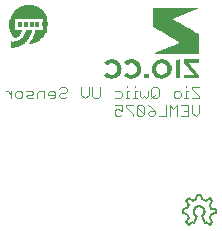
<source format=gbr>
G04 EAGLE Gerber RS-274X export*
G75*
%MOMM*%
%FSLAX34Y34*%
%LPD*%
%AMOC8*
5,1,8,0,0,1.08239X$1,22.5*%
G01*
%ADD10C,0.101600*%
%ADD11C,0.152400*%
%ADD12R,0.200000X0.010000*%
%ADD13R,0.370000X0.010000*%
%ADD14R,0.550000X0.010000*%
%ADD15R,0.630000X0.010000*%
%ADD16R,0.760000X0.010000*%
%ADD17R,0.810000X0.010000*%
%ADD18R,0.900000X0.010000*%
%ADD19R,0.950000X0.010000*%
%ADD20R,1.030000X0.010000*%
%ADD21R,1.080000X0.010000*%
%ADD22R,1.140000X0.010000*%
%ADD23R,1.190000X0.010000*%
%ADD24R,1.230000X0.010000*%
%ADD25R,1.290000X0.010000*%
%ADD26R,1.320000X0.020000*%
%ADD27R,1.410000X0.020000*%
%ADD28R,1.490000X0.020000*%
%ADD29R,1.540000X0.010000*%
%ADD30R,1.570000X0.010000*%
%ADD31R,1.610000X0.010000*%
%ADD32R,1.640000X0.010000*%
%ADD33R,1.670000X0.010000*%
%ADD34R,1.710000X0.010000*%
%ADD35R,1.740000X0.010000*%
%ADD36R,1.770000X0.010000*%
%ADD37R,1.790000X0.010000*%
%ADD38R,1.830000X0.010000*%
%ADD39R,1.860000X0.010000*%
%ADD40R,1.890000X0.010000*%
%ADD41R,1.910000X0.010000*%
%ADD42R,1.940000X0.010000*%
%ADD43R,1.960000X0.010000*%
%ADD44R,2.000000X0.010000*%
%ADD45R,2.020000X0.010000*%
%ADD46R,2.070000X0.020000*%
%ADD47R,2.120000X0.020000*%
%ADD48R,2.160000X0.020000*%
%ADD49R,2.210000X0.020000*%
%ADD50R,2.220000X0.010000*%
%ADD51R,2.250000X0.010000*%
%ADD52R,2.270000X0.010000*%
%ADD53R,2.290000X0.010000*%
%ADD54R,2.310000X0.010000*%
%ADD55R,2.320000X0.010000*%
%ADD56R,2.350000X0.010000*%
%ADD57R,2.360000X0.010000*%
%ADD58R,2.390000X0.010000*%
%ADD59R,2.400000X0.010000*%
%ADD60R,2.420000X0.010000*%
%ADD61R,2.440000X0.010000*%
%ADD62R,2.460000X0.010000*%
%ADD63R,2.480000X0.010000*%
%ADD64R,2.490000X0.010000*%
%ADD65R,2.510000X0.010000*%
%ADD66R,2.530000X0.010000*%
%ADD67R,2.540000X0.010000*%
%ADD68R,2.560000X0.020000*%
%ADD69R,2.580000X0.020000*%
%ADD70R,2.620000X0.020000*%
%ADD71R,2.650000X0.020000*%
%ADD72R,2.660000X0.010000*%
%ADD73R,2.670000X0.010000*%
%ADD74R,2.690000X0.010000*%
%ADD75R,2.700000X0.010000*%
%ADD76R,2.710000X0.010000*%
%ADD77R,2.730000X0.010000*%
%ADD78R,2.740000X0.010000*%
%ADD79R,2.750000X0.010000*%
%ADD80R,2.760000X0.010000*%
%ADD81R,2.780000X0.010000*%
%ADD82R,2.790000X0.010000*%
%ADD83R,2.800000X0.010000*%
%ADD84R,2.810000X0.010000*%
%ADD85R,2.830000X0.010000*%
%ADD86R,2.840000X0.010000*%
%ADD87R,2.860000X0.010000*%
%ADD88R,2.870000X0.010000*%
%ADD89R,2.880000X0.010000*%
%ADD90R,2.890000X0.010000*%
%ADD91R,2.900000X0.010000*%
%ADD92R,2.910000X0.010000*%
%ADD93R,2.920000X0.010000*%
%ADD94R,2.930000X0.010000*%
%ADD95R,2.940000X0.010000*%
%ADD96R,2.950000X0.010000*%
%ADD97R,2.960000X0.010000*%
%ADD98R,2.970000X0.010000*%
%ADD99R,2.980000X0.010000*%
%ADD100R,3.000000X0.010000*%
%ADD101R,3.010000X0.010000*%
%ADD102R,3.020000X0.010000*%
%ADD103R,3.040000X0.010000*%
%ADD104R,3.050000X0.010000*%
%ADD105R,3.060000X0.010000*%
%ADD106R,3.070000X0.010000*%
%ADD107R,3.080000X0.010000*%
%ADD108R,3.090000X0.010000*%
%ADD109R,3.100000X0.010000*%
%ADD110R,3.110000X0.010000*%
%ADD111R,3.120000X0.010000*%
%ADD112R,0.390000X0.010000*%
%ADD113R,0.410000X0.010000*%
%ADD114R,0.380000X0.010000*%
%ADD115R,0.420000X0.010000*%
%ADD116R,0.430000X0.010000*%
%ADD117R,0.400000X0.010000*%
%ADD118R,0.440000X0.010000*%
%ADD119R,0.450000X0.010000*%
%ADD120R,0.460000X0.010000*%
%ADD121R,0.280000X0.010000*%
%ADD122R,0.310000X0.010000*%
%ADD123R,0.300000X0.010000*%
%ADD124R,0.290000X0.010000*%
%ADD125R,0.320000X0.010000*%
%ADD126R,0.330000X0.010000*%
%ADD127R,0.470000X0.010000*%
%ADD128R,0.970000X0.010000*%
%ADD129R,0.960000X0.010000*%
%ADD130R,1.010000X0.010000*%
%ADD131R,1.000000X0.010000*%
%ADD132R,0.980000X0.010000*%
%ADD133R,0.940000X0.010000*%
%ADD134R,0.920000X0.010000*%
%ADD135R,0.930000X0.010000*%
%ADD136R,0.870000X0.010000*%
%ADD137R,0.850000X0.010000*%
%ADD138R,0.910000X0.010000*%
%ADD139R,0.830000X0.010000*%
%ADD140R,0.780000X0.010000*%
%ADD141R,0.890000X0.010000*%
%ADD142R,0.770000X0.010000*%
%ADD143R,0.480000X0.010000*%
%ADD144R,0.750000X0.010000*%
%ADD145R,0.720000X0.010000*%
%ADD146R,0.880000X0.010000*%
%ADD147R,0.690000X0.010000*%
%ADD148R,0.490000X0.010000*%
%ADD149R,0.660000X0.010000*%
%ADD150R,0.860000X0.010000*%
%ADD151R,0.600000X0.010000*%
%ADD152R,0.560000X0.010000*%
%ADD153R,0.530000X0.010000*%
%ADD154R,0.840000X0.010000*%
%ADD155R,0.510000X0.010000*%
%ADD156R,0.520000X0.010000*%
%ADD157R,0.340000X0.010000*%
%ADD158R,0.800000X0.010000*%
%ADD159R,0.230000X0.010000*%
%ADD160R,0.790000X0.010000*%
%ADD161R,0.540000X0.010000*%
%ADD162R,0.170000X0.010000*%
%ADD163R,0.100000X0.010000*%
%ADD164R,0.740000X0.010000*%
%ADD165R,0.570000X0.010000*%
%ADD166R,0.590000X0.010000*%
%ADD167R,0.710000X0.010000*%
%ADD168R,0.700000X0.010000*%
%ADD169R,0.610000X0.010000*%
%ADD170R,0.680000X0.010000*%
%ADD171R,0.670000X0.010000*%
%ADD172R,0.640000X0.010000*%
%ADD173R,0.620000X0.010000*%
%ADD174R,0.730000X0.010000*%
%ADD175R,0.500000X0.010000*%
%ADD176R,0.990000X0.010000*%
%ADD177R,0.030000X0.010000*%
%ADD178R,1.210000X0.010000*%
%ADD179R,1.180000X0.010000*%
%ADD180R,1.150000X0.010000*%
%ADD181R,0.260000X0.010000*%
%ADD182R,1.130000X0.010000*%
%ADD183R,0.180000X0.010000*%
%ADD184R,1.100000X0.010000*%
%ADD185R,1.070000X0.010000*%
%ADD186R,1.040000X0.010000*%
%ADD187R,0.250000X0.010000*%

G36*
X178502Y152116D02*
X178502Y152116D01*
X178502Y152117D01*
X178503Y152118D01*
X178498Y153479D01*
X178495Y154839D01*
X178490Y156201D01*
X178485Y157562D01*
X178480Y158924D01*
X178476Y160284D01*
X178471Y161646D01*
X178466Y163007D01*
X178463Y164369D01*
X178458Y165729D01*
X178453Y167091D01*
X178449Y168452D01*
X178444Y168457D01*
X178443Y168462D01*
X177220Y169172D01*
X175996Y169881D01*
X174774Y170591D01*
X173552Y171301D01*
X172329Y172010D01*
X171107Y172720D01*
X169883Y173429D01*
X168660Y174139D01*
X167438Y174849D01*
X166187Y175574D01*
X164938Y176300D01*
X163687Y177025D01*
X162437Y177749D01*
X161188Y178474D01*
X159937Y179200D01*
X158688Y179924D01*
X157437Y180648D01*
X156204Y181361D01*
X157496Y182100D01*
X158947Y182731D01*
X160403Y183352D01*
X161861Y183968D01*
X163319Y184582D01*
X164778Y185195D01*
X166238Y185808D01*
X167645Y186399D01*
X169051Y186989D01*
X170458Y187580D01*
X171863Y188170D01*
X173271Y188761D01*
X174677Y189351D01*
X176082Y189942D01*
X177489Y190532D01*
X178441Y190936D01*
X178444Y190941D01*
X178448Y190945D01*
X178447Y190947D01*
X178448Y190950D01*
X178441Y190953D01*
X178437Y190959D01*
X173961Y190959D01*
X172471Y190960D01*
X165013Y190960D01*
X163520Y190962D01*
X154570Y190962D01*
X153810Y190963D01*
X153781Y190963D01*
X153079Y190963D01*
X145621Y190963D01*
X144129Y190965D01*
X139654Y190965D01*
X139642Y190955D01*
X139643Y190954D01*
X139642Y190953D01*
X139642Y189591D01*
X139644Y188229D01*
X139644Y186865D01*
X139645Y185503D01*
X139645Y184141D01*
X139647Y182779D01*
X139647Y181415D01*
X139648Y180053D01*
X139648Y178691D01*
X139650Y177329D01*
X139652Y175967D01*
X139652Y174603D01*
X139657Y174598D01*
X139658Y174593D01*
X140945Y173848D01*
X142234Y173104D01*
X143521Y172358D01*
X144809Y171613D01*
X146098Y170867D01*
X147385Y170123D01*
X148673Y169378D01*
X149921Y168656D01*
X151168Y167935D01*
X152415Y167213D01*
X153662Y166490D01*
X154910Y165770D01*
X156158Y165047D01*
X157404Y164325D01*
X158652Y163603D01*
X159898Y162880D01*
X160972Y162244D01*
X161944Y161533D01*
X160585Y160954D01*
X159204Y160371D01*
X157825Y159790D01*
X155062Y158628D01*
X153681Y158049D01*
X152300Y157468D01*
X150919Y156888D01*
X149536Y156309D01*
X148152Y155728D01*
X146769Y155147D01*
X145387Y154564D01*
X144004Y153982D01*
X142621Y153399D01*
X141240Y152815D01*
X139860Y152226D01*
X139858Y152220D01*
X139853Y152217D01*
X139855Y152215D01*
X139854Y152212D01*
X139860Y152208D01*
X139865Y152203D01*
X141341Y152166D01*
X142821Y152152D01*
X144301Y152143D01*
X145782Y152135D01*
X147261Y152130D01*
X148741Y152124D01*
X150220Y152120D01*
X151700Y152117D01*
X153179Y152114D01*
X154659Y152111D01*
X156139Y152109D01*
X157620Y152109D01*
X159099Y152108D01*
X169540Y152108D01*
X171032Y152106D01*
X178491Y152106D01*
X178502Y152116D01*
G37*
G36*
X147023Y130979D02*
X147023Y130979D01*
X147024Y130978D01*
X148042Y131062D01*
X148385Y131091D01*
X148386Y131092D01*
X148387Y131091D01*
X149708Y131455D01*
X149708Y131456D01*
X149709Y131455D01*
X150960Y132016D01*
X150961Y132017D01*
X150962Y132017D01*
X152103Y132774D01*
X152104Y132775D01*
X152105Y132775D01*
X153105Y133712D01*
X153105Y133713D01*
X153106Y133713D01*
X153929Y134809D01*
X153929Y134810D01*
X153930Y134810D01*
X154551Y136031D01*
X154550Y136033D01*
X154551Y136033D01*
X154905Y137217D01*
X154905Y137219D01*
X154906Y137219D01*
X154918Y137304D01*
X154920Y137316D01*
X154922Y137328D01*
X154923Y137340D01*
X154925Y137352D01*
X154946Y137495D01*
X154948Y137507D01*
X154950Y137519D01*
X154951Y137531D01*
X154952Y137531D01*
X154953Y137543D01*
X154973Y137674D01*
X154974Y137686D01*
X154976Y137698D01*
X154978Y137710D01*
X154980Y137722D01*
X154999Y137853D01*
X155001Y137865D01*
X155002Y137877D01*
X155004Y137889D01*
X155006Y137901D01*
X155025Y138032D01*
X155027Y138044D01*
X155029Y138056D01*
X155030Y138068D01*
X155032Y138080D01*
X155053Y138223D01*
X155055Y138235D01*
X155057Y138247D01*
X155058Y138259D01*
X155060Y138271D01*
X155079Y138402D01*
X155081Y138414D01*
X155083Y138426D01*
X155085Y138438D01*
X155085Y138442D01*
X155085Y138443D01*
X155112Y139680D01*
X155112Y139681D01*
X154965Y140909D01*
X154963Y140910D01*
X154964Y140911D01*
X154501Y142362D01*
X154499Y142362D01*
X154500Y142364D01*
X153765Y143699D01*
X153763Y143699D01*
X153763Y143701D01*
X152798Y144880D01*
X152797Y144880D01*
X152797Y144882D01*
X151635Y145868D01*
X151633Y145868D01*
X151633Y145869D01*
X150310Y146626D01*
X150309Y146626D01*
X150309Y146627D01*
X149151Y147065D01*
X149150Y147064D01*
X149149Y147066D01*
X148043Y147251D01*
X147930Y147270D01*
X147929Y147270D01*
X147928Y147271D01*
X147863Y147273D01*
X147862Y147273D01*
X147491Y147285D01*
X147490Y147285D01*
X147119Y147297D01*
X147118Y147297D01*
X146747Y147308D01*
X146747Y147309D01*
X146746Y147309D01*
X146692Y147310D01*
X146691Y147310D01*
X146595Y147309D01*
X146593Y147309D01*
X146593Y147308D01*
X145936Y147297D01*
X145935Y147297D01*
X145466Y147288D01*
X145465Y147287D01*
X145464Y147288D01*
X144260Y147070D01*
X144259Y147069D01*
X144258Y147070D01*
X142968Y146590D01*
X142967Y146589D01*
X142966Y146590D01*
X141766Y145912D01*
X141765Y145910D01*
X141764Y145911D01*
X140696Y145041D01*
X140695Y145039D01*
X140694Y145039D01*
X139793Y143998D01*
X139793Y143996D01*
X139791Y143996D01*
X139080Y142817D01*
X139080Y142815D01*
X139079Y142815D01*
X138568Y141535D01*
X138569Y141534D01*
X138567Y141533D01*
X138344Y140358D01*
X138344Y140357D01*
X138343Y140356D01*
X138324Y139155D01*
X138325Y139154D01*
X138324Y139154D01*
X138355Y137921D01*
X138356Y137920D01*
X138355Y137918D01*
X138615Y136718D01*
X138616Y136717D01*
X138616Y136716D01*
X139117Y135492D01*
X139119Y135492D01*
X139118Y135491D01*
X139815Y134368D01*
X139817Y134368D01*
X139816Y134367D01*
X140691Y133376D01*
X140692Y133376D01*
X140692Y133375D01*
X141770Y132467D01*
X141772Y132467D01*
X141772Y132466D01*
X142988Y131754D01*
X142989Y131755D01*
X142990Y131753D01*
X144309Y131260D01*
X144311Y131260D01*
X144311Y131259D01*
X145658Y131034D01*
X145659Y131034D01*
X147023Y130978D01*
X147023Y130979D01*
G37*
G36*
X178607Y131269D02*
X178607Y131269D01*
X178606Y131270D01*
X178607Y131271D01*
X178607Y133884D01*
X178604Y133888D01*
X178604Y133892D01*
X177736Y134900D01*
X176869Y135909D01*
X176001Y136918D01*
X175133Y137927D01*
X174266Y138935D01*
X173394Y139950D01*
X172523Y140967D01*
X171653Y141983D01*
X170785Y143002D01*
X169943Y144012D01*
X171311Y144049D01*
X172704Y144061D01*
X174098Y144064D01*
X178278Y144064D01*
X178290Y144074D01*
X178289Y144075D01*
X178290Y144076D01*
X178290Y147144D01*
X178279Y147156D01*
X178278Y147156D01*
X165368Y147156D01*
X165356Y147146D01*
X165357Y147145D01*
X165356Y147144D01*
X165356Y144446D01*
X165360Y144442D01*
X165359Y144438D01*
X166223Y143433D01*
X167088Y142426D01*
X167953Y141422D01*
X168817Y140417D01*
X169682Y139412D01*
X170547Y138405D01*
X171411Y137400D01*
X172276Y136396D01*
X173141Y135389D01*
X173988Y134404D01*
X173208Y134399D01*
X173203Y134399D01*
X172572Y134394D01*
X171166Y134387D01*
X171161Y134387D01*
X171132Y134386D01*
X169691Y134377D01*
X169355Y134375D01*
X169351Y134375D01*
X168250Y134367D01*
X167550Y134363D01*
X167545Y134363D01*
X166808Y134358D01*
X165533Y134351D01*
X165527Y134351D01*
X165368Y134350D01*
X165356Y134339D01*
X165357Y134339D01*
X165356Y134338D01*
X165356Y131271D01*
X165367Y131259D01*
X165368Y131260D01*
X165368Y131259D01*
X178595Y131259D01*
X178607Y131269D01*
G37*
G36*
X104726Y130979D02*
X104726Y130979D01*
X104727Y130978D01*
X106110Y131092D01*
X106111Y131094D01*
X106112Y131093D01*
X107563Y131528D01*
X107564Y131529D01*
X107565Y131529D01*
X108916Y132213D01*
X108916Y132214D01*
X108918Y132214D01*
X110115Y133143D01*
X110115Y133144D01*
X110116Y133144D01*
X111109Y134287D01*
X111109Y134289D01*
X111110Y134289D01*
X111864Y135604D01*
X111864Y135605D01*
X111865Y135606D01*
X112367Y137034D01*
X112366Y137036D01*
X112367Y137037D01*
X112559Y138365D01*
X112559Y138366D01*
X112559Y138367D01*
X112580Y139710D01*
X112579Y139711D01*
X112580Y139711D01*
X112424Y141045D01*
X112423Y141046D01*
X112424Y141047D01*
X111987Y142389D01*
X111986Y142389D01*
X111986Y142391D01*
X111328Y143640D01*
X111326Y143640D01*
X111327Y143642D01*
X110465Y144759D01*
X110463Y144760D01*
X110463Y144761D01*
X109420Y145712D01*
X109419Y145712D01*
X109418Y145713D01*
X108218Y146454D01*
X108217Y146454D01*
X108217Y146455D01*
X106947Y147003D01*
X106945Y147002D01*
X106944Y147004D01*
X105590Y147272D01*
X105589Y147271D01*
X105588Y147272D01*
X105570Y147273D01*
X105154Y147285D01*
X105153Y147285D01*
X104738Y147297D01*
X104737Y147297D01*
X104321Y147308D01*
X104321Y147309D01*
X104320Y147309D01*
X104204Y147312D01*
X104203Y147312D01*
X104048Y147309D01*
X104047Y147309D01*
X104047Y147308D01*
X103494Y147297D01*
X103493Y147297D01*
X102952Y147285D01*
X102951Y147285D01*
X102950Y147285D01*
X101722Y147069D01*
X101721Y147068D01*
X101720Y147068D01*
X100631Y146668D01*
X100630Y146667D01*
X100629Y146668D01*
X99601Y146133D01*
X99600Y146131D01*
X99599Y146132D01*
X98661Y145451D01*
X98661Y145450D01*
X98660Y145450D01*
X98060Y144915D01*
X98058Y144899D01*
X98059Y144899D01*
X98059Y144898D01*
X98599Y144281D01*
X99138Y143663D01*
X99689Y143031D01*
X100237Y142395D01*
X100252Y142393D01*
X100253Y142393D01*
X100944Y142870D01*
X102194Y143623D01*
X103583Y144059D01*
X105037Y144081D01*
X106417Y143630D01*
X107570Y142747D01*
X108439Y141488D01*
X108891Y140026D01*
X108906Y138496D01*
X108499Y137019D01*
X107687Y135722D01*
X106507Y134753D01*
X105063Y134253D01*
X104403Y134249D01*
X104398Y134249D01*
X103564Y134244D01*
X102132Y134687D01*
X100864Y135497D01*
X100217Y136019D01*
X100201Y136018D01*
X99639Y135455D01*
X97948Y133759D01*
X97947Y133743D01*
X97949Y133743D01*
X97948Y133742D01*
X98349Y133364D01*
X99429Y132457D01*
X99430Y132457D01*
X99430Y132456D01*
X100638Y131731D01*
X100640Y131731D01*
X100640Y131730D01*
X101963Y131244D01*
X101964Y131244D01*
X101965Y131243D01*
X103337Y131032D01*
X103337Y131033D01*
X103338Y131032D01*
X104725Y130978D01*
X104726Y130979D01*
G37*
G36*
X121446Y130944D02*
X121446Y130944D01*
X121446Y130943D01*
X122710Y131061D01*
X122711Y131062D01*
X122712Y131061D01*
X124108Y131437D01*
X124108Y131439D01*
X124110Y131438D01*
X125410Y132067D01*
X125410Y132068D01*
X125412Y132068D01*
X126583Y132914D01*
X126583Y132915D01*
X126585Y132915D01*
X127590Y133953D01*
X127590Y133955D01*
X127591Y133955D01*
X128380Y135165D01*
X128380Y135166D01*
X128381Y135167D01*
X128933Y136411D01*
X128933Y136413D01*
X128934Y136413D01*
X129247Y137739D01*
X129246Y137740D01*
X129247Y137741D01*
X129327Y139101D01*
X129326Y139102D01*
X129327Y139103D01*
X129277Y140353D01*
X129276Y140354D01*
X129277Y140355D01*
X129033Y141581D01*
X129031Y141582D01*
X129032Y141583D01*
X128568Y142745D01*
X128567Y142746D01*
X128568Y142747D01*
X127887Y143926D01*
X127885Y143927D01*
X127886Y143928D01*
X127019Y144977D01*
X127017Y144977D01*
X127017Y144979D01*
X125985Y145866D01*
X125984Y145866D01*
X125984Y145867D01*
X124812Y146559D01*
X124811Y146559D01*
X124811Y146560D01*
X123722Y146998D01*
X123720Y146998D01*
X123720Y146999D01*
X122573Y147242D01*
X122572Y147241D01*
X122572Y147242D01*
X121400Y147331D01*
X121400Y147330D01*
X121399Y147331D01*
X120758Y147321D01*
X120756Y147321D01*
X119959Y147309D01*
X119957Y147309D01*
X119913Y147309D01*
X119912Y147308D01*
X119911Y147309D01*
X118448Y147059D01*
X118447Y147058D01*
X118445Y147059D01*
X117056Y146530D01*
X117056Y146529D01*
X117054Y146529D01*
X115916Y145839D01*
X115916Y145837D01*
X115915Y145837D01*
X114914Y144969D01*
X114913Y144960D01*
X114912Y144959D01*
X114913Y144958D01*
X114912Y144953D01*
X114913Y144953D01*
X114912Y144953D01*
X115394Y144259D01*
X115940Y143606D01*
X116474Y142995D01*
X117009Y142380D01*
X117015Y142380D01*
X117015Y142379D01*
X117018Y142379D01*
X117024Y142378D01*
X117025Y142379D01*
X117680Y142866D01*
X118926Y143619D01*
X120309Y144064D01*
X121759Y144086D01*
X123140Y143641D01*
X124242Y142838D01*
X125049Y141736D01*
X125528Y140455D01*
X125677Y139096D01*
X125648Y138883D01*
X125643Y138847D01*
X125608Y138585D01*
X125603Y138549D01*
X125568Y138286D01*
X125563Y138250D01*
X125528Y137988D01*
X125523Y137952D01*
X125495Y137740D01*
X124977Y136476D01*
X124129Y135404D01*
X122947Y134598D01*
X121568Y134217D01*
X121365Y134226D01*
X121364Y134226D01*
X121101Y134238D01*
X120838Y134250D01*
X120575Y134262D01*
X120312Y134274D01*
X120136Y134282D01*
X118777Y134739D01*
X117566Y135513D01*
X116936Y136019D01*
X116921Y136018D01*
X116920Y136018D01*
X115849Y134943D01*
X115292Y134367D01*
X115292Y134366D01*
X115291Y134366D01*
X114777Y133752D01*
X114777Y133736D01*
X115620Y132901D01*
X115621Y132901D01*
X115622Y132900D01*
X116577Y132181D01*
X116579Y132181D01*
X116579Y132179D01*
X117706Y131595D01*
X117707Y131596D01*
X117708Y131594D01*
X118919Y131210D01*
X118920Y131211D01*
X118921Y131210D01*
X120173Y130996D01*
X120174Y130996D01*
X120175Y130995D01*
X121445Y130943D01*
X121446Y130944D01*
G37*
%LPC*%
G36*
X145964Y134250D02*
X145964Y134250D01*
X144630Y134655D01*
X143482Y135450D01*
X142619Y136548D01*
X142093Y137840D01*
X141925Y139227D01*
X142123Y140610D01*
X142671Y141894D01*
X143570Y142938D01*
X144741Y143671D01*
X146060Y144075D01*
X147437Y144084D01*
X148037Y143887D01*
X148894Y143601D01*
X150116Y142678D01*
X150975Y141407D01*
X151410Y139935D01*
X151407Y138404D01*
X150956Y136939D01*
X150092Y135673D01*
X148881Y134736D01*
X148037Y134457D01*
X147428Y134258D01*
X146744Y134155D01*
X145964Y134250D01*
G37*
%LPD*%
G36*
X161888Y131269D02*
X161888Y131269D01*
X161887Y131270D01*
X161888Y131271D01*
X161888Y147149D01*
X161877Y147161D01*
X161876Y147160D01*
X161876Y147161D01*
X161798Y147160D01*
X161797Y147160D01*
X161079Y147148D01*
X161077Y147148D01*
X161015Y147147D01*
X160361Y147136D01*
X160359Y147136D01*
X160156Y147132D01*
X159694Y147124D01*
X159692Y147124D01*
X159296Y147117D01*
X159020Y147112D01*
X159018Y147112D01*
X158437Y147102D01*
X158425Y147092D01*
X158426Y147091D01*
X158425Y147090D01*
X158419Y145509D01*
X158414Y143927D01*
X158408Y142345D01*
X158403Y140763D01*
X158398Y139181D01*
X158392Y137599D01*
X158387Y136018D01*
X158381Y134435D01*
X158376Y132854D01*
X158371Y131271D01*
X158382Y131259D01*
X158383Y131260D01*
X158383Y131259D01*
X161876Y131259D01*
X161888Y131269D01*
G37*
G36*
X135645Y131269D02*
X135645Y131269D01*
X135644Y131270D01*
X135645Y131271D01*
X135645Y134868D01*
X135634Y134880D01*
X135634Y134879D01*
X135633Y134880D01*
X132036Y134880D01*
X132024Y134870D01*
X132024Y134869D01*
X132024Y134868D01*
X132024Y131271D01*
X132034Y131259D01*
X132035Y131260D01*
X132036Y131259D01*
X135633Y131259D01*
X135645Y131269D01*
G37*
D10*
X178308Y123452D02*
X172207Y123452D01*
X172207Y121927D01*
X178308Y115825D01*
X178308Y114300D01*
X172207Y114300D01*
X168953Y120401D02*
X167428Y120401D01*
X167428Y114300D01*
X168953Y114300D02*
X165902Y114300D01*
X167428Y123452D02*
X167428Y124977D01*
X161191Y114300D02*
X158140Y114300D01*
X156615Y115825D01*
X156615Y118876D01*
X158140Y120401D01*
X161191Y120401D01*
X162716Y118876D01*
X162716Y115825D01*
X161191Y114300D01*
X144006Y115825D02*
X144006Y121927D01*
X142480Y123452D01*
X139430Y123452D01*
X137904Y121927D01*
X137904Y115825D01*
X139430Y114300D01*
X142480Y114300D01*
X144006Y115825D01*
X140955Y117351D02*
X137904Y114300D01*
X134650Y115825D02*
X134650Y120401D01*
X134650Y115825D02*
X133125Y114300D01*
X131600Y115825D01*
X130075Y114300D01*
X128549Y115825D01*
X128549Y120401D01*
X125295Y120401D02*
X123770Y120401D01*
X123770Y114300D01*
X125295Y114300D02*
X122245Y114300D01*
X123770Y123452D02*
X123770Y124977D01*
X119059Y120401D02*
X117533Y120401D01*
X117533Y114300D01*
X116008Y114300D02*
X119059Y114300D01*
X117533Y123452D02*
X117533Y124977D01*
X111296Y120401D02*
X106721Y120401D01*
X111296Y120401D02*
X112822Y118876D01*
X112822Y115825D01*
X111296Y114300D01*
X106721Y114300D01*
X94111Y115825D02*
X94111Y123452D01*
X94111Y115825D02*
X92586Y114300D01*
X89535Y114300D01*
X88010Y115825D01*
X88010Y123452D01*
X84756Y123452D02*
X84756Y117351D01*
X81706Y114300D01*
X78655Y117351D01*
X78655Y123452D01*
X61470Y123452D02*
X59945Y121927D01*
X61470Y123452D02*
X64521Y123452D01*
X66046Y121927D01*
X66046Y120401D01*
X64521Y118876D01*
X61470Y118876D01*
X59945Y117351D01*
X59945Y115825D01*
X61470Y114300D01*
X64521Y114300D01*
X66046Y115825D01*
X55165Y114300D02*
X52115Y114300D01*
X55165Y114300D02*
X56691Y115825D01*
X56691Y118876D01*
X55165Y120401D01*
X52115Y120401D01*
X50589Y118876D01*
X50589Y117351D01*
X56691Y117351D01*
X47335Y114300D02*
X47335Y120401D01*
X42760Y120401D01*
X41234Y118876D01*
X41234Y114300D01*
X37980Y114300D02*
X33404Y114300D01*
X31879Y115825D01*
X33404Y117351D01*
X36455Y117351D01*
X37980Y118876D01*
X36455Y120401D01*
X31879Y120401D01*
X27100Y114300D02*
X24049Y114300D01*
X22524Y115825D01*
X22524Y118876D01*
X24049Y120401D01*
X27100Y120401D01*
X28625Y118876D01*
X28625Y115825D01*
X27100Y114300D01*
X19270Y114300D02*
X19270Y120401D01*
X19270Y117351D02*
X16219Y120401D01*
X14694Y120401D01*
X178308Y108212D02*
X178308Y102111D01*
X175257Y99060D01*
X172207Y102111D01*
X172207Y108212D01*
X168953Y108212D02*
X162852Y108212D01*
X168953Y108212D02*
X168953Y99060D01*
X162852Y99060D01*
X165902Y103636D02*
X168953Y103636D01*
X159598Y99060D02*
X159598Y108212D01*
X156547Y105161D01*
X153496Y108212D01*
X153496Y99060D01*
X150242Y99060D02*
X150242Y108212D01*
X150242Y99060D02*
X144141Y99060D01*
X137837Y106687D02*
X134786Y108212D01*
X137837Y106687D02*
X140887Y103636D01*
X140887Y100585D01*
X139362Y99060D01*
X136311Y99060D01*
X134786Y100585D01*
X134786Y102111D01*
X136311Y103636D01*
X140887Y103636D01*
X131532Y100585D02*
X131532Y106687D01*
X130007Y108212D01*
X126956Y108212D01*
X125431Y106687D01*
X125431Y100585D01*
X126956Y99060D01*
X130007Y99060D01*
X131532Y100585D01*
X125431Y106687D01*
X122177Y108212D02*
X116076Y108212D01*
X116076Y106687D01*
X122177Y100585D01*
X122177Y99060D01*
X112822Y108212D02*
X106721Y108212D01*
X112822Y108212D02*
X112822Y103636D01*
X109771Y105161D01*
X108246Y105161D01*
X106721Y103636D01*
X106721Y100585D01*
X108246Y99060D01*
X111296Y99060D01*
X112822Y100585D01*
D11*
X180340Y14478D02*
X182880Y8636D01*
X184150Y9398D01*
X187198Y7366D01*
X189484Y9652D01*
X187452Y12954D01*
X188722Y16256D01*
X192532Y17018D01*
X192532Y20320D01*
X188722Y20828D01*
X187198Y24130D01*
X189484Y27432D01*
X187198Y29718D01*
X183896Y27432D01*
X180848Y28702D01*
X180086Y32766D01*
X176784Y32766D01*
X176022Y28702D01*
X172974Y27432D01*
X169418Y29718D01*
X167132Y27432D01*
X169418Y24130D01*
X168148Y21082D01*
X164338Y20320D01*
X164338Y17018D01*
X167894Y16256D01*
X169418Y12954D01*
X167132Y9652D01*
X169418Y7366D01*
X172466Y9398D01*
X173990Y8636D01*
X176276Y14478D01*
X176157Y14540D01*
X176039Y14605D01*
X175924Y14674D01*
X175810Y14746D01*
X175699Y14822D01*
X175590Y14901D01*
X175483Y14983D01*
X175379Y15068D01*
X175278Y15156D01*
X175179Y15247D01*
X175083Y15341D01*
X174990Y15438D01*
X174899Y15537D01*
X174812Y15639D01*
X174727Y15744D01*
X174646Y15851D01*
X174568Y15961D01*
X174494Y16073D01*
X174422Y16187D01*
X174354Y16303D01*
X174290Y16421D01*
X174229Y16540D01*
X174171Y16662D01*
X174117Y16785D01*
X174067Y16910D01*
X174021Y17036D01*
X173978Y17164D01*
X173939Y17292D01*
X173904Y17422D01*
X173873Y17553D01*
X173846Y17685D01*
X173822Y17817D01*
X173803Y17950D01*
X173787Y18084D01*
X173776Y18217D01*
X173768Y18352D01*
X173764Y18486D01*
X173765Y18621D01*
X173769Y18755D01*
X173777Y18889D01*
X173790Y19023D01*
X173806Y19157D01*
X173826Y19289D01*
X173850Y19422D01*
X173878Y19553D01*
X173910Y19684D01*
X173946Y19814D01*
X173985Y19942D01*
X174028Y20069D01*
X174075Y20195D01*
X174126Y20320D01*
X174181Y20443D01*
X174239Y20564D01*
X174300Y20683D01*
X174365Y20801D01*
X174434Y20917D01*
X174506Y21030D01*
X174581Y21142D01*
X174660Y21251D01*
X174741Y21358D01*
X174826Y21462D01*
X174914Y21564D01*
X175005Y21663D01*
X175099Y21759D01*
X175196Y21853D01*
X175295Y21943D01*
X175397Y22031D01*
X175501Y22116D01*
X175608Y22197D01*
X175718Y22275D01*
X175829Y22350D01*
X175943Y22422D01*
X176059Y22490D01*
X176177Y22555D01*
X176296Y22616D01*
X176418Y22674D01*
X176541Y22728D01*
X176665Y22779D01*
X176791Y22825D01*
X176919Y22868D01*
X177047Y22908D01*
X177177Y22943D01*
X177308Y22975D01*
X177439Y23002D01*
X177572Y23026D01*
X177705Y23046D01*
X177838Y23062D01*
X177972Y23074D01*
X178106Y23082D01*
X178241Y23086D01*
X178375Y23086D01*
X178510Y23082D01*
X178644Y23074D01*
X178778Y23062D01*
X178911Y23046D01*
X179044Y23026D01*
X179177Y23002D01*
X179308Y22975D01*
X179439Y22943D01*
X179569Y22908D01*
X179697Y22868D01*
X179825Y22825D01*
X179951Y22779D01*
X180075Y22728D01*
X180198Y22674D01*
X180320Y22616D01*
X180439Y22555D01*
X180557Y22490D01*
X180673Y22422D01*
X180787Y22350D01*
X180898Y22275D01*
X181008Y22197D01*
X181115Y22116D01*
X181219Y22031D01*
X181321Y21943D01*
X181420Y21853D01*
X181517Y21759D01*
X181611Y21663D01*
X181702Y21564D01*
X181790Y21462D01*
X181875Y21358D01*
X181956Y21251D01*
X182035Y21142D01*
X182110Y21030D01*
X182182Y20917D01*
X182251Y20801D01*
X182316Y20683D01*
X182377Y20564D01*
X182435Y20443D01*
X182490Y20320D01*
X182541Y20195D01*
X182588Y20069D01*
X182631Y19942D01*
X182670Y19814D01*
X182706Y19684D01*
X182738Y19553D01*
X182766Y19422D01*
X182790Y19289D01*
X182810Y19157D01*
X182826Y19023D01*
X182839Y18889D01*
X182847Y18755D01*
X182851Y18621D01*
X182852Y18486D01*
X182848Y18352D01*
X182840Y18217D01*
X182829Y18084D01*
X182813Y17950D01*
X182794Y17817D01*
X182770Y17685D01*
X182743Y17553D01*
X182712Y17422D01*
X182677Y17292D01*
X182638Y17164D01*
X182595Y17036D01*
X182549Y16910D01*
X182499Y16785D01*
X182445Y16662D01*
X182387Y16540D01*
X182326Y16421D01*
X182262Y16303D01*
X182194Y16187D01*
X182122Y16073D01*
X182048Y15961D01*
X181970Y15851D01*
X181889Y15744D01*
X181804Y15639D01*
X181717Y15537D01*
X181626Y15438D01*
X181533Y15341D01*
X181437Y15247D01*
X181338Y15156D01*
X181237Y15068D01*
X181133Y14983D01*
X181026Y14901D01*
X180917Y14822D01*
X180806Y14746D01*
X180692Y14674D01*
X180577Y14605D01*
X180459Y14540D01*
X180340Y14478D01*
D12*
X33890Y192702D03*
D13*
X33840Y192602D03*
D14*
X33840Y192502D03*
D15*
X33840Y192402D03*
D16*
X33890Y192302D03*
D17*
X33840Y192202D03*
D18*
X33890Y192102D03*
D19*
X33840Y192002D03*
D20*
X33840Y191902D03*
D21*
X33890Y191802D03*
D22*
X33890Y191702D03*
D23*
X33840Y191602D03*
D24*
X33840Y191502D03*
D25*
X33840Y191402D03*
D26*
X33890Y191352D03*
D27*
X33840Y191152D03*
D28*
X33840Y190952D03*
D29*
X33890Y190802D03*
D30*
X33840Y190702D03*
D31*
X33840Y190602D03*
D32*
X33890Y190502D03*
D33*
X33840Y190402D03*
D34*
X33840Y190302D03*
D35*
X33890Y190202D03*
D36*
X33840Y190102D03*
D37*
X33840Y190002D03*
D38*
X33840Y189902D03*
D39*
X33890Y189802D03*
D40*
X33840Y189702D03*
D41*
X33840Y189602D03*
D42*
X33890Y189502D03*
D43*
X33890Y189402D03*
D44*
X33890Y189302D03*
D45*
X33890Y189202D03*
D46*
X33840Y189052D03*
D47*
X33890Y188852D03*
D48*
X33890Y188652D03*
D49*
X33840Y188452D03*
D50*
X33890Y188302D03*
D51*
X33840Y188202D03*
D52*
X33840Y188102D03*
D53*
X33840Y188002D03*
D54*
X33840Y187902D03*
D55*
X33890Y187802D03*
D56*
X33840Y187702D03*
D57*
X33890Y187602D03*
D58*
X33840Y187502D03*
D59*
X33890Y187402D03*
D60*
X33890Y187302D03*
D61*
X33890Y187202D03*
D62*
X33890Y187102D03*
D63*
X33890Y187002D03*
D64*
X33840Y186902D03*
D65*
X33840Y186802D03*
D66*
X33840Y186702D03*
D67*
X33890Y186602D03*
D68*
X33890Y186552D03*
D69*
X33890Y186352D03*
D70*
X33890Y186152D03*
D71*
X33840Y185952D03*
D72*
X33890Y185802D03*
D73*
X33840Y185702D03*
D74*
X33840Y185602D03*
D75*
X33890Y185502D03*
D76*
X33840Y185402D03*
D77*
X33840Y185302D03*
D78*
X33890Y185202D03*
D79*
X33840Y185102D03*
D80*
X33890Y185002D03*
D81*
X33890Y184902D03*
D82*
X33840Y184802D03*
D83*
X33890Y184702D03*
D84*
X33840Y184602D03*
D85*
X33840Y184502D03*
X33840Y184402D03*
D86*
X33890Y184302D03*
D87*
X33890Y184202D03*
D88*
X33840Y184102D03*
D89*
X33890Y184002D03*
D90*
X33840Y183902D03*
D91*
X33890Y183802D03*
D92*
X33840Y183702D03*
D93*
X33890Y183602D03*
D94*
X33840Y183502D03*
D95*
X33890Y183402D03*
D96*
X33840Y183302D03*
D97*
X33890Y183202D03*
D98*
X33840Y183102D03*
X33840Y183002D03*
D99*
X33890Y182902D03*
D100*
X33890Y182802D03*
X33890Y182702D03*
D101*
X33840Y182602D03*
X33840Y182502D03*
D102*
X33890Y182402D03*
D103*
X33890Y182302D03*
X33890Y182202D03*
D104*
X33840Y182102D03*
X33840Y182002D03*
D105*
X33890Y181902D03*
D106*
X33840Y181802D03*
D107*
X33890Y181702D03*
D108*
X33840Y181602D03*
X33840Y181502D03*
D109*
X33890Y181402D03*
X33890Y181302D03*
D110*
X33840Y181202D03*
D111*
X33890Y181102D03*
D112*
X47540Y181002D03*
D113*
X20340Y181002D03*
D114*
X47590Y180902D03*
D113*
X20240Y180902D03*
D13*
X47640Y180802D03*
D113*
X20240Y180802D03*
D114*
X47690Y180702D03*
D113*
X20240Y180702D03*
D114*
X47690Y180602D03*
D113*
X20240Y180602D03*
D114*
X47690Y180502D03*
D113*
X20240Y180502D03*
D114*
X47690Y180402D03*
D115*
X20190Y180402D03*
D112*
X47740Y180302D03*
D115*
X20190Y180302D03*
D112*
X47740Y180202D03*
D115*
X20190Y180202D03*
D112*
X47740Y180102D03*
D116*
X20140Y180102D03*
D117*
X47790Y180002D03*
D116*
X20140Y180002D03*
D117*
X47790Y179902D03*
D116*
X20140Y179902D03*
D117*
X47790Y179802D03*
D116*
X20140Y179802D03*
D117*
X47790Y179702D03*
D116*
X20140Y179702D03*
D117*
X47790Y179602D03*
D118*
X20090Y179602D03*
D117*
X47790Y179502D03*
D118*
X20090Y179502D03*
D117*
X47790Y179402D03*
D118*
X20090Y179402D03*
D113*
X47840Y179302D03*
D118*
X20090Y179302D03*
D113*
X47840Y179202D03*
D118*
X20090Y179202D03*
D113*
X47840Y179102D03*
D119*
X20040Y179102D03*
D113*
X47840Y179002D03*
D119*
X20040Y179002D03*
D115*
X47890Y178902D03*
D119*
X20040Y178902D03*
D115*
X47890Y178802D03*
D119*
X20040Y178802D03*
D115*
X47890Y178702D03*
D119*
X20040Y178702D03*
D115*
X47890Y178602D03*
D119*
X20040Y178602D03*
D115*
X47890Y178502D03*
D119*
X20040Y178502D03*
D115*
X47890Y178402D03*
D120*
X19990Y178402D03*
D115*
X47890Y178302D03*
D120*
X19990Y178302D03*
D115*
X47890Y178202D03*
D120*
X19990Y178202D03*
D115*
X47890Y178102D03*
D120*
X19990Y178102D03*
D115*
X47890Y178002D03*
D120*
X19990Y178002D03*
D115*
X47890Y177902D03*
D121*
X41090Y177902D03*
D122*
X36440Y177902D03*
D123*
X31690Y177902D03*
D124*
X27040Y177902D03*
D120*
X19990Y177902D03*
D116*
X47940Y177802D03*
D122*
X41140Y177802D03*
D125*
X36490Y177802D03*
X31690Y177802D03*
D122*
X27040Y177802D03*
D120*
X19990Y177802D03*
D116*
X47940Y177702D03*
D125*
X41190Y177702D03*
D126*
X36440Y177702D03*
D125*
X31690Y177702D03*
X26990Y177702D03*
D120*
X19990Y177702D03*
D116*
X47940Y177602D03*
D125*
X41190Y177602D03*
D126*
X36440Y177602D03*
D125*
X31690Y177602D03*
X26990Y177602D03*
D120*
X19990Y177602D03*
D116*
X47940Y177502D03*
D125*
X41190Y177502D03*
D126*
X36440Y177502D03*
D125*
X31690Y177502D03*
X26990Y177502D03*
D120*
X19990Y177502D03*
D116*
X47940Y177402D03*
D125*
X41190Y177402D03*
D126*
X36440Y177402D03*
D125*
X31690Y177402D03*
X26990Y177402D03*
D120*
X19990Y177402D03*
D116*
X47940Y177302D03*
D125*
X41190Y177302D03*
D126*
X36440Y177302D03*
D125*
X31690Y177302D03*
X26990Y177302D03*
D120*
X19990Y177302D03*
D116*
X47940Y177202D03*
D125*
X41190Y177202D03*
D126*
X36440Y177202D03*
D125*
X31690Y177202D03*
X26990Y177202D03*
D120*
X19990Y177202D03*
D116*
X47940Y177102D03*
D125*
X41190Y177102D03*
D126*
X36440Y177102D03*
D125*
X31690Y177102D03*
X26990Y177102D03*
D127*
X19940Y177102D03*
D116*
X47940Y177002D03*
D125*
X41190Y177002D03*
D126*
X36440Y177002D03*
D125*
X31690Y177002D03*
X26990Y177002D03*
D127*
X19940Y177002D03*
D116*
X47940Y176902D03*
D125*
X41190Y176902D03*
D126*
X36440Y176902D03*
D125*
X31690Y176902D03*
X26990Y176902D03*
D127*
X19940Y176902D03*
D116*
X47940Y176802D03*
D125*
X41190Y176802D03*
D126*
X36440Y176802D03*
D125*
X31690Y176802D03*
X26990Y176802D03*
D127*
X19940Y176802D03*
D116*
X47940Y176702D03*
D125*
X41190Y176702D03*
D126*
X36440Y176702D03*
D125*
X31690Y176702D03*
X26990Y176702D03*
D127*
X19940Y176702D03*
D116*
X47940Y176602D03*
D125*
X41190Y176602D03*
D126*
X36440Y176602D03*
D125*
X31690Y176602D03*
X26990Y176602D03*
D127*
X19940Y176602D03*
D116*
X47940Y176502D03*
D125*
X41190Y176502D03*
D126*
X36440Y176502D03*
D125*
X31690Y176502D03*
X26990Y176502D03*
D127*
X19940Y176502D03*
D116*
X47940Y176402D03*
D125*
X41190Y176402D03*
D126*
X36440Y176402D03*
D125*
X31690Y176402D03*
X26990Y176402D03*
D127*
X19940Y176402D03*
D116*
X47940Y176302D03*
D125*
X41190Y176302D03*
D126*
X36440Y176302D03*
D125*
X31690Y176302D03*
X26990Y176302D03*
D127*
X19940Y176302D03*
D116*
X47940Y176202D03*
D125*
X41190Y176202D03*
D126*
X36440Y176202D03*
D125*
X31690Y176202D03*
X26990Y176202D03*
D127*
X19940Y176202D03*
D116*
X47940Y176102D03*
D125*
X41190Y176102D03*
D126*
X36440Y176102D03*
D125*
X31690Y176102D03*
X26990Y176102D03*
D127*
X19940Y176102D03*
D116*
X47940Y176002D03*
D125*
X41190Y176002D03*
D126*
X36440Y176002D03*
D125*
X31690Y176002D03*
X26990Y176002D03*
D127*
X19940Y176002D03*
D116*
X47940Y175902D03*
D125*
X41190Y175902D03*
D126*
X36440Y175902D03*
D125*
X31690Y175902D03*
X26990Y175902D03*
D127*
X19940Y175902D03*
D116*
X47940Y175802D03*
D125*
X41190Y175802D03*
D126*
X36440Y175802D03*
D125*
X31690Y175802D03*
X26990Y175802D03*
D127*
X19940Y175802D03*
D116*
X47940Y175702D03*
D125*
X41190Y175702D03*
D126*
X36440Y175702D03*
D125*
X31690Y175702D03*
X26990Y175702D03*
D120*
X19990Y175702D03*
D116*
X47940Y175602D03*
D125*
X41190Y175602D03*
D126*
X36440Y175602D03*
D125*
X31690Y175602D03*
X26990Y175602D03*
D120*
X19990Y175602D03*
D116*
X47940Y175502D03*
D125*
X41190Y175502D03*
D126*
X36440Y175502D03*
D125*
X31690Y175502D03*
X26990Y175502D03*
D120*
X19990Y175502D03*
D116*
X47940Y175402D03*
D125*
X41190Y175402D03*
D126*
X36440Y175402D03*
D125*
X31690Y175402D03*
X26990Y175402D03*
D120*
X19990Y175402D03*
D116*
X47940Y175302D03*
D125*
X41190Y175302D03*
D126*
X36440Y175302D03*
D125*
X31690Y175302D03*
X26990Y175302D03*
D120*
X19990Y175302D03*
D116*
X47940Y175202D03*
D125*
X41190Y175202D03*
D126*
X36440Y175202D03*
D125*
X31690Y175202D03*
X26990Y175202D03*
D120*
X19990Y175202D03*
D116*
X47940Y175102D03*
D125*
X41190Y175102D03*
D126*
X36440Y175102D03*
D125*
X31690Y175102D03*
X26990Y175102D03*
D120*
X19990Y175102D03*
D115*
X47890Y175002D03*
D125*
X41190Y175002D03*
D126*
X36440Y175002D03*
D125*
X31690Y175002D03*
X26990Y175002D03*
D120*
X19990Y175002D03*
D115*
X47890Y174802D03*
D123*
X41090Y174802D03*
D122*
X36440Y174802D03*
D125*
X31690Y174802D03*
D124*
X27040Y174802D03*
D120*
X19990Y174802D03*
D115*
X47890Y174602D03*
D120*
X19990Y174602D03*
D115*
X47890Y174502D03*
D119*
X20040Y174502D03*
D115*
X47890Y174302D03*
D119*
X20040Y174302D03*
D115*
X47890Y174102D03*
D119*
X20040Y174102D03*
D113*
X47840Y173902D03*
D119*
X20040Y173902D03*
D113*
X47840Y173702D03*
D118*
X20090Y173702D03*
D117*
X47790Y173502D03*
D118*
X20090Y173502D03*
D117*
X47790Y173302D03*
D118*
X20090Y173302D03*
D117*
X47790Y173102D03*
D116*
X20140Y173102D03*
D117*
X47790Y172902D03*
D116*
X20140Y172902D03*
D112*
X47740Y172702D03*
D115*
X20190Y172702D03*
D114*
X47690Y172502D03*
D115*
X20190Y172502D03*
D114*
X47690Y172302D03*
D113*
X20240Y172302D03*
D13*
X47640Y172102D03*
D113*
X20240Y172102D03*
D13*
X47640Y171902D03*
D117*
X20290Y171902D03*
D114*
X47490Y171802D03*
D117*
X20390Y171802D03*
D128*
X44440Y171602D03*
D118*
X34190Y171602D03*
D20*
X23540Y171602D03*
D128*
X44440Y171402D03*
D118*
X34190Y171402D03*
D20*
X23540Y171402D03*
D129*
X44390Y171202D03*
D119*
X34140Y171202D03*
D130*
X23540Y171202D03*
D129*
X44390Y171002D03*
D119*
X34140Y171002D03*
D131*
X23590Y171002D03*
D129*
X44290Y170802D03*
D119*
X34040Y170802D03*
D131*
X23590Y170802D03*
D129*
X44290Y170602D03*
D119*
X34040Y170602D03*
D132*
X23590Y170602D03*
D133*
X44190Y170402D03*
D119*
X33940Y170402D03*
D129*
X23590Y170402D03*
D19*
X44140Y170202D03*
D119*
X33940Y170202D03*
D133*
X23590Y170202D03*
X44090Y170002D03*
D119*
X33840Y170002D03*
D134*
X23590Y170002D03*
D135*
X44040Y169802D03*
D119*
X33840Y169802D03*
D18*
X23590Y169802D03*
D135*
X43940Y169602D03*
D120*
X33790Y169602D03*
D18*
X23590Y169602D03*
D134*
X43890Y169402D03*
D120*
X33690Y169402D03*
D136*
X23540Y169402D03*
D134*
X43790Y169302D03*
D120*
X33590Y169302D03*
D137*
X23540Y169302D03*
D138*
X43740Y169102D03*
D120*
X33590Y169102D03*
D139*
X23540Y169102D03*
D138*
X43640Y168902D03*
D120*
X33490Y168902D03*
D17*
X23540Y168902D03*
D18*
X43590Y168702D03*
D127*
X33440Y168702D03*
D140*
X23590Y168702D03*
D141*
X43540Y168502D03*
D127*
X33340Y168502D03*
D142*
X23540Y168502D03*
D141*
X43440Y168302D03*
D143*
X33290Y168302D03*
D144*
X23540Y168302D03*
D141*
X43340Y168102D03*
D127*
X33240Y168102D03*
D145*
X23490Y168102D03*
D146*
X43290Y167902D03*
D143*
X33090Y167902D03*
D147*
X23540Y167902D03*
D146*
X43190Y167702D03*
D148*
X33040Y167702D03*
D149*
X23490Y167702D03*
D150*
X43090Y167502D03*
D148*
X32940Y167502D03*
D15*
X23440Y167502D03*
D150*
X42990Y167302D03*
D148*
X32840Y167302D03*
D151*
X23390Y167302D03*
D150*
X42890Y167102D03*
D148*
X32740Y167102D03*
D152*
X23390Y167102D03*
D137*
X42740Y166902D03*
D148*
X32640Y166902D03*
D153*
X23340Y166902D03*
D154*
X42690Y166802D03*
D155*
X32540Y166802D03*
D148*
X23340Y166802D03*
D139*
X42540Y166602D03*
D155*
X32440Y166602D03*
D119*
X23240Y166602D03*
D139*
X42440Y166402D03*
D156*
X32290Y166402D03*
D117*
X23190Y166402D03*
D17*
X42340Y166202D03*
D156*
X32190Y166202D03*
D13*
X23140Y166202D03*
D17*
X42240Y166002D03*
D156*
X32090Y166002D03*
D157*
X23090Y166002D03*
D158*
X42090Y165802D03*
D153*
X31940Y165802D03*
D124*
X23040Y165802D03*
D158*
X41990Y165602D03*
D153*
X31840Y165602D03*
D159*
X22940Y165602D03*
D160*
X41840Y165402D03*
D161*
X31690Y165402D03*
D162*
X22840Y165402D03*
D140*
X41690Y165202D03*
D14*
X31540Y165202D03*
D163*
X22690Y165202D03*
D16*
X41590Y165002D03*
D14*
X31340Y165002D03*
D16*
X41390Y164802D03*
D152*
X31190Y164802D03*
D164*
X41290Y164602D03*
D165*
X31040Y164602D03*
D164*
X41090Y164402D03*
D166*
X30840Y164402D03*
D145*
X40990Y164202D03*
D166*
X30640Y164202D03*
D167*
X40740Y164102D03*
D151*
X30490Y164102D03*
D168*
X40590Y163902D03*
D169*
X30240Y163902D03*
D170*
X40390Y163702D03*
D15*
X30040Y163702D03*
D171*
X40340Y163502D03*
D15*
X29940Y163502D03*
D149*
X40090Y163302D03*
D172*
X29690Y163302D03*
X39890Y163102D03*
D149*
X29490Y163102D03*
D15*
X39740Y162902D03*
D147*
X29240Y162902D03*
D173*
X39490Y162702D03*
D167*
X28940Y162702D03*
D166*
X39240Y162502D03*
D174*
X28640Y162502D03*
D165*
X39040Y162302D03*
D144*
X28340Y162302D03*
D14*
X38740Y162102D03*
D160*
X27940Y162102D03*
D153*
X38540Y161902D03*
D139*
X27540Y161902D03*
D175*
X38190Y161702D03*
D141*
X27040Y161702D03*
D127*
X37940Y161602D03*
D176*
X26340Y161602D03*
D177*
X20240Y161602D03*
D116*
X37540Y161402D03*
D178*
X25040Y161402D03*
D112*
X37240Y161202D03*
D23*
X24940Y161202D03*
D114*
X37090Y161002D03*
D179*
X24890Y161002D03*
D126*
X36640Y160802D03*
D180*
X24740Y160802D03*
D181*
X36190Y160602D03*
D182*
X24640Y160602D03*
D183*
X35590Y160402D03*
D184*
X24490Y160402D03*
D185*
X24340Y160202D03*
D186*
X24190Y160002D03*
D130*
X24040Y159802D03*
D132*
X23890Y159602D03*
D19*
X23740Y159402D03*
D134*
X23590Y159202D03*
D146*
X23390Y159102D03*
D154*
X23190Y158902D03*
D17*
X23040Y158702D03*
D140*
X22890Y158502D03*
D174*
X22640Y158302D03*
D147*
X22440Y158102D03*
D15*
X22140Y157902D03*
D165*
X21840Y157702D03*
D175*
X21490Y157502D03*
D117*
X20990Y157302D03*
D187*
X20240Y157102D03*
M02*

</source>
